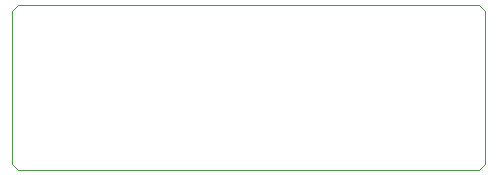
<source format=gm1>
G04 #@! TF.GenerationSoftware,KiCad,Pcbnew,8.0.3*
G04 #@! TF.CreationDate,2024-07-15T22:17:19+10:00*
G04 #@! TF.ProjectId,rs-probe,72732d70-726f-4626-952e-6b696361645f,rev?*
G04 #@! TF.SameCoordinates,Original*
G04 #@! TF.FileFunction,Profile,NP*
%FSLAX46Y46*%
G04 Gerber Fmt 4.6, Leading zero omitted, Abs format (unit mm)*
G04 Created by KiCad (PCBNEW 8.0.3) date 2024-07-15 22:17:19*
%MOMM*%
%LPD*%
G01*
G04 APERTURE LIST*
G04 #@! TA.AperFunction,Profile*
%ADD10C,0.100000*%
G04 #@! TD*
G04 APERTURE END LIST*
D10*
X188000000Y-93000000D02*
X149000000Y-93000000D01*
X148500000Y-92500000D02*
X148500000Y-79500000D01*
X188500000Y-92500000D02*
X188000000Y-93000000D01*
X149000000Y-79000000D02*
X188000000Y-79000000D01*
X188000000Y-79000000D02*
X188500000Y-79500000D01*
X148500000Y-92500000D02*
X149000000Y-93000000D01*
X148500000Y-79500000D02*
X149000000Y-79000000D01*
X188500000Y-79500000D02*
X188500000Y-92500000D01*
M02*

</source>
